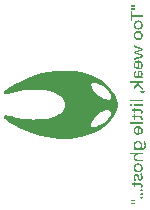
<source format=gbr>
%TF.GenerationSoftware,KiCad,Pcbnew,8.0.4*%
%TF.CreationDate,2024-08-23T17:35:39+03:00*%
%TF.ProjectId,STM32-Pill,53544d33-322d-4506-996c-6c2e6b696361,rev?*%
%TF.SameCoordinates,Original*%
%TF.FileFunction,Legend,Bot*%
%TF.FilePolarity,Positive*%
%FSLAX46Y46*%
G04 Gerber Fmt 4.6, Leading zero omitted, Abs format (unit mm)*
G04 Created by KiCad (PCBNEW 8.0.4) date 2024-08-23 17:35:39*
%MOMM*%
%LPD*%
G01*
G04 APERTURE LIST*
%ADD10C,0.150000*%
%ADD11C,0.000000*%
G04 APERTURE END LIST*
D10*
G36*
X142527941Y-84396721D02*
G01*
X142150097Y-84388172D01*
X142150097Y-84505897D01*
X142527941Y-84495883D01*
X142527941Y-84396721D01*
G37*
G36*
X142527941Y-84650001D02*
G01*
X142150097Y-84641452D01*
X142150097Y-84759177D01*
X142527941Y-84749163D01*
X142527941Y-84650001D01*
G37*
G36*
X143130000Y-85199547D02*
G01*
X142271730Y-85199547D01*
X142271730Y-84863469D01*
X142150097Y-84863469D01*
X142150097Y-85674111D01*
X142271730Y-85674111D01*
X142271730Y-85338033D01*
X143130000Y-85338033D01*
X143130000Y-85199547D01*
G37*
G36*
X142812148Y-85664311D02*
G01*
X142862431Y-85673744D01*
X142909845Y-85689468D01*
X142954389Y-85711480D01*
X142985332Y-85731627D01*
X143026885Y-85766646D01*
X143062604Y-85807422D01*
X143089455Y-85848500D01*
X143110826Y-85893548D01*
X143126092Y-85941740D01*
X143135251Y-85993077D01*
X143138304Y-86047558D01*
X143135251Y-86101429D01*
X143126092Y-86152399D01*
X143110826Y-86200469D01*
X143089455Y-86245639D01*
X143073231Y-86272039D01*
X143039580Y-86314902D01*
X143000210Y-86351775D01*
X142955122Y-86382659D01*
X142910807Y-86404458D01*
X142863347Y-86420028D01*
X142812743Y-86429371D01*
X142758995Y-86432485D01*
X142704666Y-86429371D01*
X142653787Y-86420028D01*
X142606358Y-86404458D01*
X142562379Y-86382659D01*
X142531876Y-86362735D01*
X142490920Y-86327858D01*
X142455721Y-86286992D01*
X142429267Y-86245639D01*
X142408109Y-86200469D01*
X142392997Y-86152399D01*
X142383929Y-86101429D01*
X142380907Y-86047558D01*
X142498632Y-86047558D01*
X142500174Y-86078059D01*
X142509998Y-86127083D01*
X142530872Y-86175541D01*
X142543872Y-86195932D01*
X142578284Y-86234220D01*
X142621242Y-86264446D01*
X142655541Y-86280031D01*
X142706683Y-86292876D01*
X142758995Y-86296686D01*
X142801608Y-86294136D01*
X142849651Y-86284092D01*
X142896992Y-86264446D01*
X142918295Y-86251497D01*
X142957913Y-86217550D01*
X142988583Y-86175541D01*
X143002688Y-86146293D01*
X143016289Y-86098986D01*
X143020823Y-86047558D01*
X143019280Y-86016997D01*
X143009457Y-85968088D01*
X142988583Y-85920063D01*
X142973181Y-85896657D01*
X142937693Y-85858831D01*
X142896992Y-85830426D01*
X142861982Y-85814251D01*
X142810674Y-85800919D01*
X142758995Y-85796965D01*
X142715808Y-85799612D01*
X142667747Y-85810036D01*
X142621242Y-85830426D01*
X142600353Y-85843847D01*
X142561340Y-85878287D01*
X142530872Y-85920063D01*
X142516767Y-85949006D01*
X142503165Y-85996084D01*
X142498632Y-86047558D01*
X142380907Y-86047558D01*
X142383929Y-85993077D01*
X142392997Y-85941740D01*
X142408109Y-85893548D01*
X142429267Y-85848500D01*
X142448707Y-85817265D01*
X142482762Y-85775209D01*
X142522690Y-85738911D01*
X142563112Y-85711480D01*
X142607320Y-85689468D01*
X142654703Y-85673744D01*
X142705261Y-85664311D01*
X142758995Y-85661166D01*
X142812148Y-85664311D01*
G37*
G36*
X142812148Y-86553354D02*
G01*
X142862431Y-86562788D01*
X142909845Y-86578511D01*
X142954389Y-86600524D01*
X142985332Y-86620671D01*
X143026885Y-86655690D01*
X143062604Y-86696466D01*
X143089455Y-86737544D01*
X143110826Y-86782592D01*
X143126092Y-86830784D01*
X143135251Y-86882121D01*
X143138304Y-86936602D01*
X143135251Y-86990473D01*
X143126092Y-87041443D01*
X143110826Y-87089513D01*
X143089455Y-87134683D01*
X143073231Y-87161083D01*
X143039580Y-87203946D01*
X143000210Y-87240819D01*
X142955122Y-87271703D01*
X142910807Y-87293502D01*
X142863347Y-87309072D01*
X142812743Y-87318415D01*
X142758995Y-87321529D01*
X142704666Y-87318415D01*
X142653787Y-87309072D01*
X142606358Y-87293502D01*
X142562379Y-87271703D01*
X142531876Y-87251779D01*
X142490920Y-87216902D01*
X142455721Y-87176036D01*
X142429267Y-87134683D01*
X142408109Y-87089513D01*
X142392997Y-87041443D01*
X142383929Y-86990473D01*
X142380907Y-86936602D01*
X142498632Y-86936602D01*
X142500174Y-86967103D01*
X142509998Y-87016127D01*
X142530872Y-87064585D01*
X142543872Y-87084976D01*
X142578284Y-87123264D01*
X142621242Y-87153490D01*
X142655541Y-87169074D01*
X142706683Y-87181920D01*
X142758995Y-87185730D01*
X142801608Y-87183180D01*
X142849651Y-87173136D01*
X142896992Y-87153490D01*
X142918295Y-87140541D01*
X142957913Y-87106594D01*
X142988583Y-87064585D01*
X143002688Y-87035337D01*
X143016289Y-86988030D01*
X143020823Y-86936602D01*
X143019280Y-86906041D01*
X143009457Y-86857132D01*
X142988583Y-86809107D01*
X142973181Y-86785701D01*
X142937693Y-86747875D01*
X142896992Y-86719470D01*
X142861982Y-86703295D01*
X142810674Y-86689963D01*
X142758995Y-86686009D01*
X142715808Y-86688656D01*
X142667747Y-86699080D01*
X142621242Y-86719470D01*
X142600353Y-86732891D01*
X142561340Y-86767331D01*
X142530872Y-86809107D01*
X142516767Y-86838050D01*
X142503165Y-86885128D01*
X142498632Y-86936602D01*
X142380907Y-86936602D01*
X142383929Y-86882121D01*
X142392997Y-86830784D01*
X142408109Y-86782592D01*
X142429267Y-86737544D01*
X142448707Y-86706309D01*
X142482762Y-86664253D01*
X142522690Y-86627955D01*
X142563112Y-86600524D01*
X142607320Y-86578511D01*
X142654703Y-86562788D01*
X142705261Y-86553354D01*
X142758995Y-86550210D01*
X142812148Y-86553354D01*
G37*
G36*
X143130000Y-88040824D02*
G01*
X142387990Y-87764830D01*
X142387990Y-87892324D01*
X143059902Y-88137300D01*
X143059902Y-88077216D01*
X142387990Y-88331961D01*
X142387990Y-88445290D01*
X143059902Y-88694418D01*
X143059902Y-88635800D01*
X142387990Y-88886393D01*
X142387990Y-89006804D01*
X143130000Y-88729589D01*
X143130000Y-88600629D01*
X142516706Y-88366888D01*
X142516706Y-88406211D01*
X143130000Y-88169540D01*
X143130000Y-88040824D01*
G37*
G36*
X143138304Y-89451082D02*
G01*
X143135966Y-89400411D01*
X143127570Y-89345849D01*
X143113069Y-89294860D01*
X143092461Y-89247442D01*
X143089455Y-89241766D01*
X143062650Y-89199222D01*
X143031325Y-89161715D01*
X142990685Y-89125542D01*
X142955122Y-89101815D01*
X142910807Y-89080123D01*
X142863347Y-89064629D01*
X142812743Y-89055332D01*
X142758995Y-89052234D01*
X142705261Y-89055241D01*
X142654703Y-89064263D01*
X142607320Y-89079299D01*
X142563112Y-89100349D01*
X142517963Y-89130431D01*
X142478688Y-89166269D01*
X142445286Y-89207865D01*
X142429267Y-89233462D01*
X142405890Y-89282835D01*
X142391533Y-89329577D01*
X142383221Y-89379006D01*
X142380907Y-89424460D01*
X142383883Y-89476850D01*
X142392814Y-89526065D01*
X142409976Y-89577636D01*
X142428534Y-89614969D01*
X142458377Y-89658585D01*
X142494325Y-89696560D01*
X142536378Y-89728893D01*
X142562379Y-89744418D01*
X142607167Y-89764934D01*
X142655558Y-89779589D01*
X142707551Y-89788382D01*
X142763147Y-89791312D01*
X142782930Y-89790580D01*
X142803691Y-89788626D01*
X142803691Y-89157258D01*
X142707215Y-89157258D01*
X142707215Y-89718528D01*
X142740921Y-89664062D01*
X142689446Y-89660478D01*
X142638644Y-89646441D01*
X142613426Y-89634509D01*
X142572012Y-89605675D01*
X142538661Y-89569182D01*
X142525987Y-89549756D01*
X142505587Y-89503155D01*
X142495987Y-89454915D01*
X142494480Y-89424460D01*
X142498910Y-89374199D01*
X142513710Y-89324556D01*
X142525987Y-89299896D01*
X142555739Y-89259552D01*
X142593794Y-89227028D01*
X142614159Y-89214655D01*
X142662859Y-89194730D01*
X142712536Y-89185353D01*
X142743607Y-89183880D01*
X142766078Y-89183880D01*
X142815081Y-89187921D01*
X142864259Y-89201545D01*
X142898213Y-89218074D01*
X142938170Y-89247567D01*
X142970845Y-89284753D01*
X142988583Y-89313818D01*
X143008229Y-89362704D01*
X143018273Y-89411983D01*
X143020823Y-89455479D01*
X143017114Y-89506886D01*
X143004826Y-89557829D01*
X142998353Y-89574913D01*
X142974437Y-89619619D01*
X142942013Y-89659276D01*
X142931186Y-89669679D01*
X143017892Y-89743685D01*
X143055041Y-89706179D01*
X143085552Y-89662844D01*
X143107529Y-89618388D01*
X143123758Y-89569936D01*
X143133976Y-89518001D01*
X143138033Y-89468282D01*
X143138304Y-89451082D01*
G37*
G36*
X143130000Y-90416574D02*
G01*
X142973196Y-90416574D01*
X142943886Y-90409735D01*
X142676441Y-90409735D01*
X142626781Y-90404870D01*
X142577139Y-90386185D01*
X142544061Y-90359910D01*
X142515484Y-90315717D01*
X142501746Y-90268185D01*
X142497212Y-90217086D01*
X142497166Y-90210922D01*
X142500223Y-90161875D01*
X142509394Y-90113652D01*
X142518904Y-90081961D01*
X142538984Y-90034145D01*
X142566019Y-89989773D01*
X142577034Y-89975716D01*
X142476161Y-89919784D01*
X142446994Y-89961958D01*
X142422963Y-90009557D01*
X142405575Y-90057537D01*
X142392566Y-90108652D01*
X142384376Y-90161245D01*
X142381003Y-90215317D01*
X142380907Y-90226309D01*
X142383517Y-90281089D01*
X142391348Y-90330940D01*
X142407083Y-90382871D01*
X142429923Y-90428093D01*
X142455157Y-90461515D01*
X142497182Y-90497632D01*
X142541993Y-90520770D01*
X142594307Y-90536007D01*
X142645120Y-90542779D01*
X142682058Y-90544069D01*
X143130000Y-90544069D01*
X143130000Y-90416574D01*
G37*
G36*
X143138304Y-90173064D02*
G01*
X143135585Y-90123447D01*
X143126312Y-90073442D01*
X143110460Y-90028228D01*
X143086372Y-89985535D01*
X143053454Y-89948354D01*
X143032791Y-89932241D01*
X142986669Y-89909367D01*
X142935498Y-89899302D01*
X142919951Y-89898779D01*
X142869481Y-89904249D01*
X142823219Y-89920658D01*
X142810774Y-89927356D01*
X142771605Y-89959493D01*
X142742014Y-90001725D01*
X142732372Y-90021145D01*
X142715685Y-90071347D01*
X142707185Y-90120407D01*
X142703521Y-90170049D01*
X142703063Y-90197000D01*
X142703063Y-90431961D01*
X142799539Y-90431961D01*
X142799539Y-90202373D01*
X142802205Y-90150948D01*
X142812705Y-90102157D01*
X142833244Y-90066574D01*
X142875371Y-90038333D01*
X142914333Y-90031647D01*
X142963609Y-90042516D01*
X143002016Y-90075123D01*
X143024389Y-90119568D01*
X143033594Y-90167860D01*
X143034745Y-90195534D01*
X143030791Y-90245198D01*
X143017459Y-90294308D01*
X143001284Y-90327670D01*
X142968819Y-90368668D01*
X142926196Y-90399185D01*
X142903098Y-90409735D01*
X142995666Y-90436358D01*
X143041129Y-90410689D01*
X143078968Y-90373618D01*
X143099958Y-90342569D01*
X143120179Y-90297155D01*
X143132911Y-90244871D01*
X143137967Y-90191943D01*
X143138304Y-90173064D01*
G37*
G36*
X142950725Y-90902617D02*
G01*
X142778534Y-90905304D01*
X142387990Y-91332241D01*
X142387990Y-91494662D01*
X142709902Y-91167132D01*
X142771695Y-91094348D01*
X142950725Y-90902617D01*
G37*
G36*
X143130000Y-90793441D02*
G01*
X142091235Y-90793441D01*
X142091235Y-90927774D01*
X143130000Y-90927774D01*
X143130000Y-90793441D01*
G37*
G36*
X143130000Y-91360328D02*
G01*
X142768764Y-91069191D01*
X142661053Y-91155897D01*
X143130000Y-91525437D01*
X143130000Y-91360328D01*
G37*
G36*
X143337117Y-91616539D02*
G01*
X143054284Y-91686393D01*
X143135617Y-91704711D01*
X143123726Y-91655196D01*
X143110460Y-91636811D01*
X143067211Y-91612128D01*
X143041828Y-91609456D01*
X142993317Y-91621237D01*
X142973196Y-91636811D01*
X142949173Y-91679966D01*
X142946573Y-91703245D01*
X142959503Y-91751721D01*
X142973928Y-91768947D01*
X143017776Y-91791867D01*
X143041828Y-91794348D01*
X143069183Y-91792150D01*
X143099958Y-91785067D01*
X143142700Y-91770412D01*
X143337117Y-91704711D01*
X143337117Y-91616539D01*
G37*
G36*
X143130000Y-92363434D02*
G01*
X142091235Y-92363434D01*
X142091235Y-92497767D01*
X143130000Y-92497767D01*
X143130000Y-92363434D01*
G37*
G36*
X143130000Y-92753245D02*
G01*
X142387990Y-92753245D01*
X142387990Y-92887579D01*
X143130000Y-92887579D01*
X143130000Y-92753245D01*
G37*
G36*
X142245108Y-92820412D02*
G01*
X142233217Y-92772692D01*
X142219951Y-92755199D01*
X142175895Y-92730928D01*
X142158401Y-92729310D01*
X142110542Y-92742684D01*
X142095387Y-92755199D01*
X142072220Y-92799356D01*
X142070230Y-92820412D01*
X142081774Y-92867912D01*
X142094654Y-92885381D01*
X142138160Y-92909652D01*
X142155715Y-92911271D01*
X142203728Y-92898274D01*
X142219218Y-92886114D01*
X142243060Y-92842001D01*
X142245108Y-92820412D01*
G37*
G36*
X143138304Y-93397802D02*
G01*
X143134549Y-93344908D01*
X143121347Y-93292957D01*
X143098639Y-93249004D01*
X143078220Y-93224146D01*
X143035482Y-93191688D01*
X142988412Y-93172754D01*
X142939728Y-93164099D01*
X142906029Y-93162596D01*
X142225568Y-93162596D01*
X142225568Y-93296930D01*
X142900411Y-93296930D01*
X142950622Y-93303531D01*
X142992735Y-93326972D01*
X143018804Y-93369158D01*
X143024975Y-93413190D01*
X143018290Y-93464307D01*
X142996290Y-93510153D01*
X142990048Y-93518214D01*
X143086524Y-93560224D01*
X143114364Y-93517081D01*
X143125847Y-93486707D01*
X143135920Y-93437539D01*
X143138304Y-93397802D01*
G37*
G36*
X142498632Y-93036567D02*
G01*
X142387990Y-93036567D01*
X142387990Y-93509666D01*
X142498632Y-93509666D01*
X142498632Y-93036567D01*
G37*
G36*
X143138304Y-93958584D02*
G01*
X143134549Y-93905690D01*
X143121347Y-93853739D01*
X143098639Y-93809786D01*
X143078220Y-93784927D01*
X143035482Y-93752470D01*
X142988412Y-93733536D01*
X142939728Y-93724881D01*
X142906029Y-93723378D01*
X142225568Y-93723378D01*
X142225568Y-93857712D01*
X142900411Y-93857712D01*
X142950622Y-93864313D01*
X142992735Y-93887753D01*
X143018804Y-93929940D01*
X143024975Y-93973971D01*
X143018290Y-94025089D01*
X142996290Y-94070934D01*
X142990048Y-94078996D01*
X143086524Y-94121005D01*
X143114364Y-94077862D01*
X143125847Y-94047488D01*
X143135920Y-93998321D01*
X143138304Y-93958584D01*
G37*
G36*
X142498632Y-93597349D02*
G01*
X142387990Y-93597349D01*
X142387990Y-94070447D01*
X142498632Y-94070447D01*
X142498632Y-93597349D01*
G37*
G36*
X143130000Y-94283183D02*
G01*
X142091235Y-94283183D01*
X142091235Y-94417516D01*
X143130000Y-94417516D01*
X143130000Y-94283183D01*
G37*
G36*
X143138304Y-95003211D02*
G01*
X143135966Y-94952539D01*
X143127570Y-94897977D01*
X143113069Y-94846988D01*
X143092461Y-94799570D01*
X143089455Y-94793894D01*
X143062650Y-94751350D01*
X143031325Y-94713844D01*
X142990685Y-94677670D01*
X142955122Y-94653943D01*
X142910807Y-94632251D01*
X142863347Y-94616757D01*
X142812743Y-94607461D01*
X142758995Y-94604362D01*
X142705261Y-94607369D01*
X142654703Y-94616391D01*
X142607320Y-94631427D01*
X142563112Y-94652478D01*
X142517963Y-94682559D01*
X142478688Y-94718398D01*
X142445286Y-94759994D01*
X142429267Y-94785590D01*
X142405890Y-94834963D01*
X142391533Y-94881705D01*
X142383221Y-94931134D01*
X142380907Y-94976588D01*
X142383883Y-95028978D01*
X142392814Y-95078193D01*
X142409976Y-95129765D01*
X142428534Y-95167097D01*
X142458377Y-95210713D01*
X142494325Y-95248688D01*
X142536378Y-95281021D01*
X142562379Y-95296546D01*
X142607167Y-95317063D01*
X142655558Y-95331717D01*
X142707551Y-95340510D01*
X142763147Y-95343441D01*
X142782930Y-95342708D01*
X142803691Y-95340754D01*
X142803691Y-94709386D01*
X142707215Y-94709386D01*
X142707215Y-95270656D01*
X142740921Y-95216190D01*
X142689446Y-95212607D01*
X142638644Y-95198570D01*
X142613426Y-95186637D01*
X142572012Y-95157803D01*
X142538661Y-95121311D01*
X142525987Y-95101885D01*
X142505587Y-95055284D01*
X142495987Y-95007044D01*
X142494480Y-94976588D01*
X142498910Y-94926327D01*
X142513710Y-94876685D01*
X142525987Y-94852024D01*
X142555739Y-94811681D01*
X142593794Y-94779157D01*
X142614159Y-94766783D01*
X142662859Y-94746858D01*
X142712536Y-94737481D01*
X142743607Y-94736009D01*
X142766078Y-94736009D01*
X142815081Y-94740049D01*
X142864259Y-94753674D01*
X142898213Y-94770203D01*
X142938170Y-94799695D01*
X142970845Y-94836881D01*
X142988583Y-94865946D01*
X143008229Y-94914833D01*
X143018273Y-94964111D01*
X143020823Y-95007607D01*
X143017114Y-95059014D01*
X143004826Y-95109958D01*
X142998353Y-95127042D01*
X142974437Y-95171748D01*
X142942013Y-95211405D01*
X142931186Y-95221808D01*
X143017892Y-95295813D01*
X143055041Y-95258308D01*
X143085552Y-95214972D01*
X143107529Y-95170517D01*
X143123758Y-95122064D01*
X143133976Y-95070129D01*
X143138033Y-95020410D01*
X143138304Y-95003211D01*
G37*
G36*
X142778421Y-95839043D02*
G01*
X142827652Y-95846790D01*
X142879313Y-95862914D01*
X142927034Y-95886881D01*
X142951509Y-95903298D01*
X142991208Y-95937117D01*
X143025303Y-95976422D01*
X143053796Y-96021215D01*
X143071497Y-96059404D01*
X143087868Y-96111768D01*
X143096386Y-96161395D01*
X143099225Y-96213922D01*
X143098253Y-96243208D01*
X143091605Y-96293878D01*
X143078658Y-96341920D01*
X143059413Y-96387335D01*
X143048781Y-96406443D01*
X143016791Y-96449906D01*
X142984150Y-96481124D01*
X143043293Y-96481124D01*
X143088204Y-96478960D01*
X143141060Y-96469343D01*
X143190925Y-96449328D01*
X143230628Y-96419575D01*
X143257662Y-96384419D01*
X143278843Y-96334395D01*
X143289464Y-96280620D01*
X143292421Y-96226379D01*
X143292320Y-96216086D01*
X143288780Y-96165425D01*
X143280184Y-96116099D01*
X143266531Y-96068109D01*
X143250461Y-96027531D01*
X143226727Y-95983025D01*
X143195701Y-95940859D01*
X143299504Y-95876379D01*
X143312373Y-95892014D01*
X143341205Y-95935944D01*
X143363075Y-95981396D01*
X143381081Y-96032450D01*
X143393690Y-96080825D01*
X143402697Y-96129964D01*
X143408101Y-96179866D01*
X143409902Y-96230531D01*
X143408459Y-96276368D01*
X143402599Y-96329662D01*
X143392230Y-96378507D01*
X143373838Y-96431249D01*
X143348954Y-96477585D01*
X143317578Y-96517516D01*
X143286193Y-96545802D01*
X143241840Y-96573417D01*
X143190188Y-96594128D01*
X143141570Y-96606113D01*
X143087883Y-96613305D01*
X143029127Y-96615702D01*
X142387990Y-96615702D01*
X142387990Y-96488207D01*
X142503485Y-96488207D01*
X142483859Y-96473030D01*
X142447647Y-96433259D01*
X142419497Y-96387335D01*
X142408380Y-96362429D01*
X142393117Y-96315554D01*
X142383959Y-96266052D01*
X142381808Y-96229310D01*
X142498632Y-96229310D01*
X142500509Y-96265274D01*
X142510367Y-96315329D01*
X142528674Y-96360712D01*
X142540807Y-96381452D01*
X142573045Y-96420379D01*
X142613426Y-96451082D01*
X142638073Y-96463930D01*
X142688187Y-96479418D01*
X142739455Y-96484055D01*
X142769862Y-96482477D01*
X142818291Y-96472431D01*
X142865484Y-96451082D01*
X142885076Y-96437933D01*
X142921811Y-96403434D01*
X142950725Y-96360712D01*
X142965602Y-96327113D01*
X142977863Y-96278226D01*
X142981500Y-96229310D01*
X142979576Y-96193192D01*
X142969479Y-96142794D01*
X142950725Y-96096930D01*
X142938352Y-96076016D01*
X142905828Y-96036770D01*
X142865484Y-96005827D01*
X142840754Y-95993075D01*
X142790609Y-95977701D01*
X142739455Y-95973099D01*
X142708964Y-95974665D01*
X142660501Y-95984637D01*
X142613426Y-96005827D01*
X142593777Y-96019077D01*
X142557154Y-96053851D01*
X142528674Y-96096930D01*
X142514151Y-96130903D01*
X142502182Y-96180168D01*
X142498632Y-96229310D01*
X142381808Y-96229310D01*
X142380907Y-96213922D01*
X142383057Y-96167802D01*
X142390781Y-96117813D01*
X142404123Y-96070723D01*
X142425847Y-96021215D01*
X142440692Y-95995653D01*
X142471829Y-95953909D01*
X142508646Y-95917651D01*
X142551144Y-95886881D01*
X142587620Y-95867562D01*
X142638400Y-95849695D01*
X142687202Y-95840399D01*
X142739455Y-95837300D01*
X142778421Y-95839043D01*
G37*
G36*
X142380907Y-97267342D02*
G01*
X142383689Y-97316749D01*
X142393306Y-97367659D01*
X142409792Y-97414370D01*
X142416078Y-97427565D01*
X142444419Y-97471675D01*
X142481418Y-97508627D01*
X142522568Y-97536009D01*
X142570839Y-97556746D01*
X142620605Y-97568842D01*
X142669870Y-97574372D01*
X142703063Y-97575332D01*
X143130000Y-97575332D01*
X143130000Y-97440998D01*
X142718450Y-97440998D01*
X142667816Y-97437716D01*
X142618844Y-97426178D01*
X142574355Y-97403614D01*
X142556029Y-97388486D01*
X142524880Y-97347333D01*
X142507783Y-97301156D01*
X142501532Y-97252459D01*
X142501318Y-97240719D01*
X142505268Y-97189772D01*
X142518462Y-97140315D01*
X142529406Y-97116155D01*
X142559079Y-97074241D01*
X142598943Y-97041677D01*
X142612205Y-97034090D01*
X142660852Y-97015588D01*
X142713557Y-97006881D01*
X142747759Y-97005513D01*
X143130000Y-97005513D01*
X143130000Y-96871180D01*
X142091235Y-96871180D01*
X142091235Y-97005513D01*
X142588269Y-97005513D01*
X142535024Y-96978891D01*
X142492682Y-97005452D01*
X142456637Y-97039646D01*
X142426889Y-97081473D01*
X142421695Y-97090754D01*
X142400186Y-97140533D01*
X142387638Y-97189535D01*
X142381544Y-97242517D01*
X142380907Y-97267342D01*
G37*
G36*
X142812148Y-97758239D02*
G01*
X142862431Y-97767673D01*
X142909845Y-97783396D01*
X142954389Y-97805409D01*
X142985332Y-97825556D01*
X143026885Y-97860574D01*
X143062604Y-97901350D01*
X143089455Y-97942429D01*
X143110826Y-97987477D01*
X143126092Y-98035669D01*
X143135251Y-98087005D01*
X143138304Y-98141487D01*
X143135251Y-98195358D01*
X143126092Y-98246328D01*
X143110826Y-98294398D01*
X143089455Y-98339568D01*
X143073231Y-98365968D01*
X143039580Y-98408831D01*
X143000210Y-98445704D01*
X142955122Y-98476588D01*
X142910807Y-98498387D01*
X142863347Y-98513957D01*
X142812743Y-98523300D01*
X142758995Y-98526414D01*
X142704666Y-98523300D01*
X142653787Y-98513957D01*
X142606358Y-98498387D01*
X142562379Y-98476588D01*
X142531876Y-98456664D01*
X142490920Y-98421787D01*
X142455721Y-98380921D01*
X142429267Y-98339568D01*
X142408109Y-98294398D01*
X142392997Y-98246328D01*
X142383929Y-98195358D01*
X142380907Y-98141487D01*
X142498632Y-98141487D01*
X142500174Y-98171988D01*
X142509998Y-98221012D01*
X142530872Y-98269470D01*
X142543872Y-98289861D01*
X142578284Y-98328149D01*
X142621242Y-98358375D01*
X142655541Y-98373959D01*
X142706683Y-98386805D01*
X142758995Y-98390615D01*
X142801608Y-98388064D01*
X142849651Y-98378021D01*
X142896992Y-98358375D01*
X142918295Y-98345426D01*
X142957913Y-98311479D01*
X142988583Y-98269470D01*
X143002688Y-98240222D01*
X143016289Y-98192915D01*
X143020823Y-98141487D01*
X143019280Y-98110926D01*
X143009457Y-98062016D01*
X142988583Y-98013992D01*
X142973181Y-97990586D01*
X142937693Y-97952760D01*
X142896992Y-97924355D01*
X142861982Y-97908180D01*
X142810674Y-97894848D01*
X142758995Y-97890894D01*
X142715808Y-97893541D01*
X142667747Y-97903965D01*
X142621242Y-97924355D01*
X142600353Y-97937776D01*
X142561340Y-97972216D01*
X142530872Y-98013992D01*
X142516767Y-98042935D01*
X142503165Y-98090013D01*
X142498632Y-98141487D01*
X142380907Y-98141487D01*
X142383929Y-98087005D01*
X142392997Y-98035669D01*
X142408109Y-97987477D01*
X142429267Y-97942429D01*
X142448707Y-97911194D01*
X142482762Y-97869138D01*
X142522690Y-97832840D01*
X142563112Y-97805409D01*
X142607320Y-97783396D01*
X142654703Y-97767673D01*
X142705261Y-97758239D01*
X142758995Y-97755095D01*
X142812148Y-97758239D01*
G37*
G36*
X143138304Y-98925506D02*
G01*
X143136314Y-98874270D01*
X143130344Y-98824424D01*
X143120394Y-98775970D01*
X143113147Y-98749652D01*
X143096326Y-98701104D01*
X143075290Y-98655800D01*
X143051598Y-98618982D01*
X142945108Y-98674913D01*
X142969690Y-98717279D01*
X142989520Y-98762897D01*
X142999818Y-98792394D01*
X143012611Y-98840904D01*
X143020094Y-98890048D01*
X143022288Y-98935276D01*
X143019689Y-98988766D01*
X143009705Y-99039416D01*
X142995666Y-99070342D01*
X142959070Y-99103719D01*
X142921416Y-99111619D01*
X142874818Y-99095012D01*
X142866950Y-99086462D01*
X142843684Y-99041972D01*
X142837397Y-99020028D01*
X142827101Y-98970655D01*
X142820055Y-98928193D01*
X142811202Y-98877818D01*
X142800272Y-98827321D01*
X142785922Y-98779083D01*
X142766810Y-98734997D01*
X142737023Y-98693068D01*
X142706482Y-98667830D01*
X142658242Y-98648201D01*
X142607646Y-98642698D01*
X142603656Y-98642673D01*
X142551865Y-98648921D01*
X142505636Y-98667665D01*
X142486175Y-98680531D01*
X142448926Y-98716450D01*
X142421340Y-98758765D01*
X142408262Y-98787509D01*
X142392688Y-98838257D01*
X142384139Y-98889701D01*
X142381014Y-98940323D01*
X142380907Y-98952129D01*
X142382985Y-99002399D01*
X142389219Y-99053131D01*
X142398492Y-99099652D01*
X142412314Y-99147970D01*
X142431342Y-99193307D01*
X142448318Y-99222261D01*
X142554563Y-99164864D01*
X142529258Y-99119998D01*
X142511901Y-99073449D01*
X142508401Y-99059840D01*
X142499285Y-99008724D01*
X142495750Y-98957501D01*
X142495701Y-98950663D01*
X142498515Y-98899921D01*
X142509323Y-98850553D01*
X142524521Y-98819017D01*
X142561848Y-98784060D01*
X142598039Y-98775786D01*
X142644933Y-98790349D01*
X142656168Y-98801675D01*
X142679771Y-98844547D01*
X142687676Y-98868842D01*
X142699233Y-98918138D01*
X142706727Y-98960433D01*
X142715397Y-99010930D01*
X142726266Y-99061305D01*
X142740310Y-99109360D01*
X142758995Y-99152897D01*
X142787957Y-99194465D01*
X142817857Y-99220063D01*
X142865112Y-99240455D01*
X142914586Y-99246172D01*
X142918485Y-99246197D01*
X142970233Y-99239707D01*
X143015935Y-99220238D01*
X143034989Y-99206874D01*
X143071131Y-99169761D01*
X143098196Y-99125987D01*
X143111193Y-99096232D01*
X143125490Y-99048915D01*
X143134491Y-98996112D01*
X143138065Y-98943898D01*
X143138304Y-98925506D01*
G37*
G36*
X143138304Y-99668982D02*
G01*
X143134549Y-99616088D01*
X143121347Y-99564136D01*
X143098639Y-99520183D01*
X143078220Y-99495325D01*
X143035482Y-99462867D01*
X142988412Y-99443934D01*
X142939728Y-99435278D01*
X142906029Y-99433776D01*
X142225568Y-99433776D01*
X142225568Y-99568109D01*
X142900411Y-99568109D01*
X142950622Y-99574710D01*
X142992735Y-99598151D01*
X143018804Y-99640338D01*
X143024975Y-99684369D01*
X143018290Y-99735486D01*
X142996290Y-99781332D01*
X142990048Y-99789393D01*
X143086524Y-99831403D01*
X143114364Y-99788260D01*
X143125847Y-99757886D01*
X143135920Y-99708719D01*
X143138304Y-99668982D01*
G37*
G36*
X142498632Y-99307746D02*
G01*
X142387990Y-99307746D01*
X142387990Y-99780845D01*
X142498632Y-99780845D01*
X142498632Y-99307746D01*
G37*
G36*
X143138304Y-100039254D02*
G01*
X143125490Y-99990715D01*
X143111193Y-99972087D01*
X143066653Y-99946962D01*
X143041828Y-99944243D01*
X142993317Y-99956235D01*
X142973196Y-99972087D01*
X142949173Y-100015903D01*
X142946573Y-100039254D01*
X142960326Y-100088249D01*
X142973196Y-100104467D01*
X143017074Y-100129150D01*
X143041828Y-100131822D01*
X143090654Y-100120041D01*
X143111193Y-100104467D01*
X143135656Y-100061889D01*
X143138304Y-100039254D01*
G37*
G36*
X143138304Y-100356770D02*
G01*
X143125490Y-100308231D01*
X143111193Y-100289603D01*
X143066653Y-100264478D01*
X143041828Y-100261759D01*
X142993317Y-100273750D01*
X142973196Y-100289603D01*
X142949173Y-100333419D01*
X142946573Y-100356770D01*
X142960326Y-100405764D01*
X142973196Y-100421982D01*
X143017074Y-100446666D01*
X143041828Y-100449338D01*
X143090654Y-100437557D01*
X143111193Y-100421982D01*
X143135656Y-100379405D01*
X143138304Y-100356770D01*
G37*
G36*
X143138304Y-100674285D02*
G01*
X143125490Y-100625747D01*
X143111193Y-100607118D01*
X143066653Y-100581994D01*
X143041828Y-100579275D01*
X142993317Y-100591266D01*
X142973196Y-100607118D01*
X142949173Y-100650934D01*
X142946573Y-100674285D01*
X142960326Y-100723280D01*
X142973196Y-100739498D01*
X143017074Y-100764182D01*
X143041828Y-100766853D01*
X143090654Y-100755072D01*
X143111193Y-100739498D01*
X143135656Y-100696921D01*
X143138304Y-100674285D01*
G37*
G36*
X142527941Y-100851850D02*
G01*
X142150097Y-100843301D01*
X142150097Y-100961026D01*
X142527941Y-100951012D01*
X142527941Y-100851850D01*
G37*
G36*
X142527941Y-101105130D02*
G01*
X142150097Y-101096581D01*
X142150097Y-101214306D01*
X142527941Y-101204292D01*
X142527941Y-101105130D01*
G37*
D11*
%TO.C,G\u002A\u002A\u002A*%
G36*
X136604340Y-89907770D02*
G01*
X136791514Y-89910482D01*
X136969206Y-89915470D01*
X137130028Y-89922689D01*
X137266598Y-89932092D01*
X137371534Y-89943635D01*
X137553590Y-89971215D01*
X137713849Y-89998354D01*
X137856654Y-90026231D01*
X137992914Y-90056984D01*
X138133538Y-90092745D01*
X138498372Y-90203354D01*
X138889794Y-90355503D01*
X138960264Y-90390125D01*
X139255350Y-90535101D01*
X139594252Y-90741550D01*
X139905708Y-90974253D01*
X140188929Y-91232612D01*
X140443124Y-91516029D01*
X140667503Y-91823907D01*
X140861277Y-92155648D01*
X140888517Y-92208537D01*
X140953330Y-92339320D01*
X141001345Y-92446075D01*
X141035259Y-92535665D01*
X141057769Y-92614958D01*
X141071573Y-92690816D01*
X141077513Y-92744847D01*
X141079547Y-92839003D01*
X141068620Y-92932869D01*
X141042872Y-93032926D01*
X141000445Y-93145655D01*
X140939478Y-93277540D01*
X140858114Y-93435062D01*
X140829662Y-93487981D01*
X140752335Y-93627192D01*
X140682375Y-93744159D01*
X140613264Y-93848935D01*
X140538489Y-93951568D01*
X140451533Y-94062107D01*
X140381684Y-94146122D01*
X140119292Y-94423762D01*
X139829325Y-94675162D01*
X139510902Y-94900962D01*
X139163149Y-95101802D01*
X138785188Y-95278323D01*
X138697210Y-95314086D01*
X138293644Y-95453323D01*
X137870135Y-95560947D01*
X137429047Y-95637029D01*
X136972751Y-95681642D01*
X136503615Y-95694857D01*
X136024007Y-95676748D01*
X135536294Y-95627386D01*
X135042844Y-95546843D01*
X134546029Y-95435191D01*
X134048212Y-95292503D01*
X133551764Y-95118851D01*
X133528877Y-95110062D01*
X133319366Y-95025761D01*
X133105990Y-94933466D01*
X132891818Y-94834955D01*
X132679920Y-94732006D01*
X132473363Y-94626397D01*
X132372333Y-94572100D01*
X138773094Y-94572100D01*
X138798949Y-94641530D01*
X138802315Y-94645925D01*
X138851209Y-94675146D01*
X138931422Y-94685077D01*
X139040531Y-94675686D01*
X139176116Y-94646936D01*
X139253617Y-94625075D01*
X139471068Y-94545361D01*
X139679361Y-94442859D01*
X139873508Y-94321318D01*
X140048525Y-94184487D01*
X140199423Y-94036118D01*
X140321218Y-93879960D01*
X140408923Y-93719763D01*
X140414479Y-93706293D01*
X140444656Y-93594066D01*
X140446945Y-93487235D01*
X140422948Y-93392613D01*
X140374266Y-93317011D01*
X140302503Y-93267241D01*
X140279092Y-93258665D01*
X140172370Y-93242993D01*
X140043567Y-93257055D01*
X139891792Y-93301017D01*
X139716149Y-93375043D01*
X139694004Y-93385676D01*
X139567733Y-93452976D01*
X139454921Y-93527350D01*
X139343838Y-93617266D01*
X139222754Y-93731191D01*
X139106036Y-93857259D01*
X139003020Y-93989184D01*
X138916193Y-94122055D01*
X138847672Y-94251325D01*
X138799571Y-94372453D01*
X138774007Y-94480892D01*
X138773094Y-94572100D01*
X132372333Y-94572100D01*
X132275218Y-94519907D01*
X132088553Y-94414313D01*
X131916437Y-94311394D01*
X131761940Y-94212929D01*
X131628129Y-94120694D01*
X131518075Y-94036469D01*
X131434847Y-93962031D01*
X131381513Y-93899158D01*
X131361142Y-93849629D01*
X131360453Y-93798965D01*
X131373888Y-93754095D01*
X131410830Y-93726330D01*
X131479045Y-93706225D01*
X131500718Y-93702168D01*
X131568750Y-93697975D01*
X131653564Y-93704484D01*
X131760108Y-93722460D01*
X131893327Y-93752670D01*
X132058171Y-93795879D01*
X132207309Y-93834378D01*
X132434757Y-93886349D01*
X132678329Y-93935430D01*
X132924814Y-93979002D01*
X133160995Y-94014447D01*
X133207541Y-94020168D01*
X133356351Y-94033444D01*
X133530055Y-94043213D01*
X133720673Y-94049480D01*
X133920230Y-94052247D01*
X134120751Y-94051518D01*
X134314256Y-94047298D01*
X134492771Y-94039588D01*
X134648316Y-94028394D01*
X134772918Y-94013718D01*
X135007483Y-93971765D01*
X135290625Y-93904619D01*
X135552551Y-93823542D01*
X135787624Y-93730326D01*
X135990205Y-93626761D01*
X136021354Y-93606971D01*
X136101065Y-93546967D01*
X136188728Y-93471224D01*
X136276433Y-93387489D01*
X136356272Y-93303511D01*
X136420337Y-93227035D01*
X136460717Y-93165811D01*
X136466034Y-93155184D01*
X136529453Y-92986684D01*
X136554166Y-92818656D01*
X136540499Y-92652809D01*
X136488782Y-92490846D01*
X136399340Y-92334471D01*
X136272501Y-92185390D01*
X136171439Y-92094585D01*
X135983988Y-91963847D01*
X135762235Y-91848655D01*
X135505708Y-91748808D01*
X135213935Y-91664108D01*
X134886444Y-91594350D01*
X134824207Y-91583475D01*
X134756861Y-91573080D01*
X134690442Y-91565006D01*
X134619235Y-91558963D01*
X134537527Y-91554662D01*
X134439602Y-91551815D01*
X134319746Y-91550132D01*
X134172243Y-91549325D01*
X133991380Y-91549105D01*
X133923739Y-91549140D01*
X133740270Y-91549845D01*
X133588119Y-91551633D01*
X133461443Y-91554738D01*
X133354398Y-91559393D01*
X133261140Y-91565832D01*
X133175824Y-91574288D01*
X133092611Y-91584995D01*
X133033084Y-91593735D01*
X132853254Y-91623209D01*
X132662460Y-91658343D01*
X132470655Y-91697071D01*
X132287789Y-91737328D01*
X132123816Y-91777049D01*
X131988687Y-91814166D01*
X131943353Y-91827110D01*
X131810616Y-91858274D01*
X131684663Y-91878558D01*
X131572951Y-91887264D01*
X131482935Y-91883696D01*
X131422072Y-91867155D01*
X131391391Y-91843587D01*
X131367484Y-91790763D01*
X131375723Y-91725210D01*
X131416272Y-91653036D01*
X131447563Y-91616605D01*
X131499019Y-91567925D01*
X131567909Y-91513145D01*
X131658470Y-91449144D01*
X131774938Y-91372806D01*
X131921549Y-91281010D01*
X132327874Y-91043806D01*
X138794067Y-91043806D01*
X138794896Y-91132705D01*
X138819364Y-91240288D01*
X138866678Y-91360743D01*
X138951138Y-91518502D01*
X139090280Y-91717336D01*
X139254510Y-91897817D01*
X139438834Y-92055802D01*
X139638259Y-92187141D01*
X139847792Y-92287694D01*
X140062440Y-92353317D01*
X140172369Y-92368894D01*
X140185816Y-92370799D01*
X140285916Y-92362714D01*
X140363945Y-92327498D01*
X140423833Y-92264181D01*
X140441491Y-92234203D01*
X140462368Y-92170418D01*
X140468379Y-92086075D01*
X140451469Y-91966415D01*
X140400103Y-91835747D01*
X140317931Y-91702361D01*
X140208634Y-91569483D01*
X140075893Y-91440347D01*
X139923391Y-91318182D01*
X139754807Y-91206219D01*
X139573825Y-91107687D01*
X139384127Y-91025817D01*
X139189390Y-90963840D01*
X139141225Y-90953199D01*
X139046215Y-90939095D01*
X138960263Y-90933570D01*
X138920319Y-90934100D01*
X138869678Y-90939567D01*
X138838791Y-90954459D01*
X138815181Y-90983030D01*
X138794067Y-91043806D01*
X132327874Y-91043806D01*
X132350127Y-91030815D01*
X132889458Y-90754904D01*
X133438469Y-90516652D01*
X133998085Y-90315733D01*
X134569235Y-90151820D01*
X135152846Y-90024587D01*
X135749841Y-89933709D01*
X135784664Y-89929921D01*
X135908492Y-89920578D01*
X136059758Y-89913737D01*
X136231078Y-89909352D01*
X136415066Y-89907378D01*
X136604340Y-89907770D01*
G37*
%TD*%
M02*

</source>
